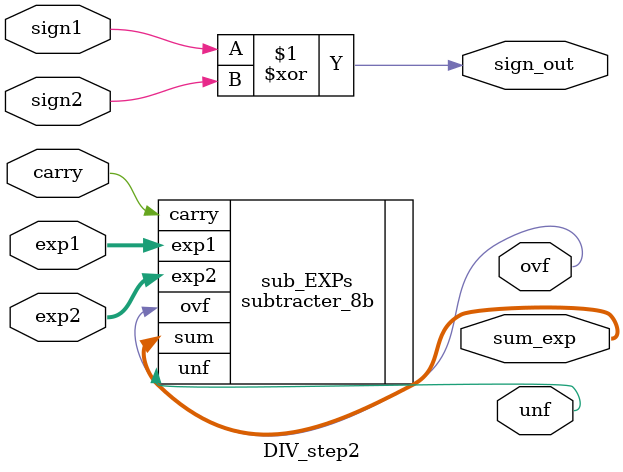
<source format=sv>

module DIV_step2
  (
   input        sign1,
   input        sign2,
   input  [7:0] exp1,
   input  [7:0] exp2,
   output       sign_out,
   output [7:0] sum_exp,
   output reg   ovf,
   output reg   unf,
   input        carry
   );
 

   subtracter_8b sub_EXPs(
		     .carry(carry),
		     .exp1(exp1),
		     .exp2(exp2),
		     .sum(sum_exp),
		     .ovf(ovf),
		     .unf(unf)
		     );
   
   assign sign_out = sign1 ^ sign2;

endmodule

</source>
